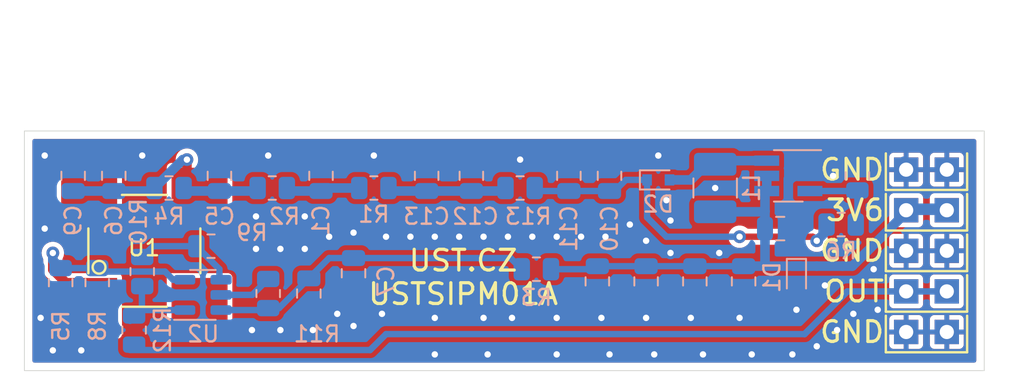
<source format=kicad_pcb>
(kicad_pcb (version 20211014) (generator pcbnew)
  (layers (0 "F.Cu" signal) (31 "B.Cu" signal) (34 "B.Paste" user) (35 "F.Paste" user) (36 "B.SilkS" user "B.Silkscreen") (37 "F.SilkS" user "F.Silkscreen") (38 "B.Mask" user) (39 "F.Mask" user) (44 "Edge.Cuts" user))
  (net 0 "")
  (net 1 "Net-(C1-Pad1)")
  (net 2 "GND")
  (net 3 "Net-(C10-Pad1)")
  (net 4 "/+3V6")
  (net 5 "Net-(C5-Pad1)")
  (net 6 "Net-(C6-Pad1)")
  (net 7 "+3V3")
  (net 8 "31V7")
  (net 9 "Net-(D2-Pad2)")
  (net 10 "Net-(R5-Pad2)")
  (net 11 "/OUT")
  (net 12 "/FB")
  (net 13 "Net-(R11-Pad2)")
  (net 14 "Net-(R10-Pad2)")
  (net 15 "Net-(R10-Pad1)")
  (footprint "Mlab_Pin_Headers:Straight_2x01" (layer "F.Cu") (at 56.388 -7.5)
    (fp_text reference "J4" hide)
    (fp_text value "HEADER_2x01_PARALLEL" hide)
    (fp_line (start -2.54 1.27) (end -2.54 -1.016) (layer "F.SilkS") (width 0.15))
    (fp_line (start 2.54 1.27) (end -2.54 1.27) (layer "F.SilkS") (width 0.15))
    (fp_line (start 2.54 -1.016) (end 2.54 1.27) (layer "F.SilkS") (width 0.15))
    (pad "1" thru_hole rect (at -1.27 0) (size 1.524 1.524) (drill 0.889) (layers *.Cu *.Mask) (net 2 "GND"))
    (pad "2" thru_hole rect (at 1.27 0) (size 1.524 1.524) (drill 0.889) (layers *.Cu *.Mask) (net 2 "GND"))
  )
  (footprint "Mlab_Pin_Headers:Straight_2x01" (layer "F.Cu") (at 56.388 -12.58)
    (fp_text reference "J6" hide)
    (fp_text value "HEADER_2x01_PARALLEL" hide)
    (fp_line (start 2.54 1.27) (end -2.54 1.27) (layer "F.SilkS") (width 0.15))
    (fp_line (start -2.54 1.27) (end -2.54 -1.016) (layer "F.SilkS") (width 0.15))
    (fp_line (start 2.54 -1.016) (end 2.54 1.27) (layer "F.SilkS") (width 0.15))
    (pad "1" thru_hole rect (at -1.27 0) (size 1.524 1.524) (drill 0.889) (layers *.Cu *.Mask) (net 2 "GND"))
    (pad "2" thru_hole rect (at 1.27 0) (size 1.524 1.524) (drill 0.889) (layers *.Cu *.Mask) (net 2 "GND"))
  )
  (footprint "Mlab_Pin_Headers:Straight_2x01" (layer "F.Cu") (at 56.388 -10.04)
    (fp_text reference "J5" hide)
    (fp_text value "HEADER_2x01_PARALLEL" hide)
    (fp_line (start 2.54 1.27) (end -2.54 1.27) (layer "F.SilkS") (width 0.15))
    (fp_line (start -2.54 1.27) (end -2.54 -1.016) (layer "F.SilkS") (width 0.15))
    (fp_line (start 2.54 -1.016) (end 2.54 1.27) (layer "F.SilkS") (width 0.15))
    (pad "1" thru_hole rect (at -1.27 0) (size 1.524 1.524) (drill 0.889) (layers *.Cu *.Mask) (net 4 "/+3V6"))
    (pad "2" thru_hole rect (at 1.27 0) (size 1.524 1.524) (drill 0.889) (layers *.Cu *.Mask) (net 4 "/+3V6"))
  )
  (footprint "Mlab_Pin_Headers:Straight_2x01" (layer "F.Cu") (at 56.388 -4.96)
    (fp_text reference "J8" hide)
    (fp_text value "HEADER_2x01_PARALLEL" hide)
    (fp_line (start -2.54 1.27) (end -2.54 -1.016) (layer "F.SilkS") (width 0.15))
    (fp_line (start 2.54 -1.016) (end 2.54 1.27) (layer "F.SilkS") (width 0.15))
    (fp_line (start 2.54 1.27) (end -2.54 1.27) (layer "F.SilkS") (width 0.15))
    (pad "1" thru_hole rect (at -1.27 0) (size 1.524 1.524) (drill 0.889) (layers *.Cu *.Mask) (net 11 "/OUT"))
    (pad "2" thru_hole rect (at 1.27 0) (size 1.524 1.524) (drill 0.889) (layers *.Cu *.Mask) (net 11 "/OUT"))
  )
  (footprint "Mlab_IO:MicroFC−60035−SMT" (layer "F.Cu") (at 7.5 -7.5)
    (fp_text reference "U1" (at -0.01875 -0.17725) (layer "F.SilkS"))
    (fp_text value "MICROFC-60035-SMT-TR(1)" hide)
    (fp_line (start 1.4 3.5) (end -1.4 3.5) (layer "F.SilkS") (width 0.15))
    (fp_line (start 3.5 -1.4) (end 3.5 1.4) (layer "F.SilkS") (width 0.15))
    (fp_line (start -1.4 -3.5) (end 1.4 -3.5) (layer "F.SilkS") (width 0.15))
    (fp_line (start -3.5 1.4) (end -3.5 -1.4) (layer "F.SilkS") (width 0.15))
    (fp_circle (center -2.8321 1.0287) (end -2.5019 1.2573) (layer "F.SilkS") (width 0.15) (fill none))
    (pad "1" smd trapezoid locked (at -3.45 3.45) (size 3.5 3.5) (layers "F.Cu" "F.Paste" "F.Mask") (net 10 "Net-(R5-Pad2)"))
    (pad "2" smd trapezoid locked (at 3.45 3.45 90) (size 3.5 3.5) (layers "F.Cu" "F.Paste" "F.Mask"))
    (pad "3" smd trapezoid locked (at 3.45 -3.45 180) (size 3.5 3.5) (layers "F.Cu" "F.Paste" "F.Mask") (net 6 "Net-(C6-Pad1)"))
    (pad "4" smd trapezoid locked (at -3.45 -3.45 270) (size 3.5 3.5) (layers "F.Cu" "F.Paste" "F.Mask"))
  )
  (footprint "Mlab_Pin_Headers:Straight_2x01" (layer "F.Cu") (at 56.388 -2.42)
    (fp_text reference "J9" hide)
    (fp_text value "HEADER_2x01_PARALLEL" hide)
    (fp_line (start 2.54 -1.016) (end 2.54 1.27) (layer "F.SilkS") (width 0.15))
    (fp_line (start -2.54 1.27) (end -2.54 -1.016) (layer "F.SilkS") (width 0.15))
    (fp_line (start 2.54 1.27) (end -2.54 1.27) (layer "F.SilkS") (width 0.15))
    (pad "1" thru_hole rect (at -1.27 0) (size 1.524 1.524) (drill 0.889) (layers *.Cu *.Mask) (net 2 "GND"))
    (pad "2" thru_hole rect (at 1.27 0) (size 1.524 1.524) (drill 0.889) (layers *.Cu *.Mask) (net 2 "GND"))
  )
  (footprint "Resistor_SMD:R_0805_2012Metric" (layer "B.Cu") (at 30.988 -11.43)
    (fp_text reference "R13" (at 0.508 1.778) (layer "B.SilkS") (effects (justify mirror)))
    (fp_text value "100R")
    (fp_line (start -0.227064 -0.735) (end 0.227064 -0.735) (layer "B.SilkS") (width 0.12))
    (fp_line (start -0.227064 0.735) (end 0.227064 0.735) (layer "B.SilkS") (width 0.12))
    (pad "1" smd roundrect (at -0.9125 0) (size 1.025 1.4) (layers "B.Cu" "B.Paste" "B.Mask") (roundrect_rratio 0.243902) (net 8 "31V7"))
    (pad "2" smd roundrect (at 0.9125 0) (size 1.025 1.4) (layers "B.Cu" "B.Paste" "B.Mask") (roundrect_rratio 0.243902) (net 3 "Net-(C10-Pad1)"))
  )
  (footprint "Capacitor_SMD:C_0805_2012Metric" (layer "B.Cu") (at 27.94 -12.192 90)
    (fp_text reference "C12" (at -2.54 0.254 180) (layer "B.SilkS") (effects (justify mirror)))
    (fp_text value "100nF")
    (fp_line (start -0.261252 -0.735) (end 0.261252 -0.735) (layer "B.SilkS") (width 0.12))
    (fp_line (start -0.261252 0.735) (end 0.261252 0.735) (layer "B.SilkS") (width 0.12))
    (pad "1" smd roundrect (at -0.95 0 90) (size 1 1.45) (layers "B.Cu" "B.Paste" "B.Mask") (net 8 "31V7"))
    (pad "2" smd roundrect (at 0.95 0 90) (size 1 1.45) (layers "B.Cu" "B.Paste" "B.Mask") (net 2 "GND"))
  )
  (footprint "Capacitor_SMD:C_0805_2012Metric" (layer "B.Cu") (at 3.048 -12.192 90)
    (fp_text reference "C9" (at -2.794 0 90) (layer "B.SilkS") (effects (justify mirror)))
    (fp_text value "10nF" hide)
    (fp_line (start -0.261252 0.735) (end 0.261252 0.735) (layer "B.SilkS") (width 0.12))
    (fp_line (start -0.261252 -0.735) (end 0.261252 -0.735) (layer "B.SilkS") (width 0.12))
    (pad "1" smd roundrect (at -0.95 0 90) (size 1 1.45) (layers "B.Cu" "B.Paste" "B.Mask") (net 6 "Net-(C6-Pad1)"))
    (pad "2" smd roundrect (at 0.95 0 90) (size 1 1.45) (layers "B.Cu" "B.Paste" "B.Mask") (net 2 "GND"))
  )
  (footprint "Capacitor_SMD:C_0805_2012Metric" (layer "B.Cu") (at 25.146 -12.192 90)
    (fp_text reference "C13" (at -2.54 0 180) (layer "B.SilkS") (effects (justify mirror)))
    (fp_text value "1uF/50V")
    (fp_line (start -0.261252 0.735) (end 0.261252 0.735) (layer "B.SilkS") (width 0.12))
    (fp_line (start -0.261252 -0.735) (end 0.261252 -0.735) (layer "B.SilkS") (width 0.12))
    (pad "1" smd roundrect (at -0.95 0 90) (size 1 1.45) (layers "B.Cu" "B.Paste" "B.Mask") (net 8 "31V7"))
    (pad "2" smd roundrect (at 0.95 0 90) (size 1 1.45) (layers "B.Cu" "B.Paste" "B.Mask") (net 2 "GND"))
  )
  (footprint "Capacitor_SMD:C_0805_2012Metric" (layer "B.Cu") (at 41.91 -5.588 -90)
    (fp_text reference "C14" hide)
    (fp_text value "10uF")
    (fp_line (start -0.261252 -0.735) (end 0.261252 -0.735) (layer "B.SilkS") (width 0.12))
    (fp_line (start -0.261252 0.735) (end 0.261252 0.735) (layer "B.SilkS") (width 0.12))
    (pad "1" smd roundrect (at -0.95 0 270) (size 1 1.45) (layers "B.Cu" "B.Paste" "B.Mask") (net 4 "/+3V6"))
    (pad "2" smd roundrect (at 0.95 0 270) (size 1 1.45) (layers "B.Cu" "B.Paste" "B.Mask") (net 2 "GND"))
  )
  (footprint "Inductor_SMD:L_1210_3225Metric_Pad1.42x2.65mm_HandSolder" (layer "B.Cu") (at 43.18 -11.43 90)
    (fp_text reference "L1" (at 0 2.28 90) (layer "B.SilkS") (effects (justify mirror)))
    (fp_text value "400uH cca 0,9mA NLV10JT391")
    (fp_line (start -0.602064 -1.36) (end 0.602064 -1.36) (layer "B.SilkS") (width 0.12))
    (fp_line (start -0.602064 1.36) (end 0.602064 1.36) (layer "B.SilkS") (width 0.12))
    (pad "1" smd roundrect (at -1.4875 0 90) (size 1.425 2.65) (layers "B.Cu" "B.Paste" "B.Mask") (roundrect_rratio 0.175439) (net 4 "/+3V6"))
    (pad "2" smd roundrect (at 1.4875 0 90) (size 1.425 2.65) (layers "B.Cu" "B.Paste" "B.Mask") (roundrect_rratio 0.175439) (net 9 "Net-(D2-Pad2)"))
  )
  (footprint "Diode_SMD:D_SOD-523" (layer "B.Cu") (at 39.624 -11.938)
    (fp_text reference "D2" (at 0 1.524) (layer "B.SilkS") (effects (justify mirror)))
    (fp_text value "NSR05T40XV2T5G")
    (fp_line (start 0.7 -0.6) (end -1.15 -0.6) (layer "B.SilkS") (width 0.12))
    (fp_line (start -1.15 0.6) (end -1.15 -0.6) (layer "B.SilkS") (width 0.12))
    (fp_line (start 0.7 0.6) (end -1.15 0.6) (layer "B.SilkS") (width 0.12))
    (pad "1" smd rect (at -0.7 0 180) (size 0.6 0.7) (layers "B.Cu" "B.Paste" "B.Mask") (net 3 "Net-(C10-Pad1)"))
    (pad "2" smd rect (at 0.7 0 180) (size 0.6 0.7) (layers "B.Cu" "B.Paste" "B.Mask") (net 9 "Net-(D2-Pad2)"))
  )
  (footprint "Resistor_SMD:R_0805_2012Metric" (layer "B.Cu") (at 21.844 -11.43)
    (fp_text reference "R1" (at 0 1.65 180) (layer "B.SilkS") (effects (justify mirror)))
    (fp_text value "100R" hide)
    (fp_line (start -0.227064 -0.735) (end 0.227064 -0.735) (layer "B.SilkS") (width 0.12))
    (fp_line (start -0.227064 0.735) (end 0.227064 0.735) (layer "B.SilkS") (width 0.12))
    (pad "1" smd roundrect (at -0.9125 0) (size 1.025 1.4) (layers "B.Cu" "B.Paste" "B.Mask") (roundrect_rratio 0.243902) (net 1 "Net-(C1-Pad1)"))
    (pad "2" smd roundrect (at 0.9125 0) (size 1.025 1.4) (layers "B.Cu" "B.Paste" "B.Mask") (roundrect_rratio 0.243902) (net 8 "31V7"))
  )
  (footprint "Capacitor_SMD:C_0805_2012Metric" (layer "B.Cu") (at 44.958 -5.588 -90)
    (fp_text reference "C3" hide)
    (fp_text value "10uF" hide)
    (fp_line (start -0.261252 0.735) (end 0.261252 0.735) (layer "B.SilkS") (width 0.12))
    (fp_line (start -0.261252 -0.735) (end 0.261252 -0.735) (layer "B.SilkS") (width 0.12))
    (pad "1" smd roundrect (at -0.95 0 270) (size 1 1.45) (layers "B.Cu" "B.Paste" "B.Mask") (net 4 "/+3V6"))
    (pad "2" smd roundrect (at 0.95 0 270) (size 1 1.45) (layers "B.Cu" "B.Paste" "B.Mask") (net 2 "GND"))
  )
  (footprint "Resistor_SMD:R_0805_2012Metric" (layer "B.Cu") (at 6.858 -2.54 90)
    (fp_text reference "R12" (at 0 1.778 90) (layer "B.SilkS") (effects (justify mirror)))
    (fp_text value "1k")
    (fp_line (start -0.227064 -0.735) (end 0.227064 -0.735) (layer "B.SilkS") (width 0.12))
    (fp_line (start -0.227064 0.735) (end 0.227064 0.735) (layer "B.SilkS") (width 0.12))
    (pad "1" smd roundrect (at -0.9125 0 90) (size 1.025 1.4) (layers "B.Cu" "B.Paste" "B.Mask") (roundrect_rratio 0.243902) (net 11 "/OUT"))
    (pad "2" smd roundrect (at 0.9125 0 90) (size 1.025 1.4) (layers "B.Cu" "B.Paste" "B.Mask") (roundrect_rratio 0.243902) (net 15 "Net-(R10-Pad1)"))
  )
  (footprint "Capacitor_SMD:C_0805_2012Metric" (layer "B.Cu") (at 38.862 -5.588 -90)
    (fp_text reference "C15" hide)
    (fp_text value "10uF")
    (fp_line (start -0.261252 0.735) (end 0.261252 0.735) (layer "B.SilkS") (width 0.12))
    (fp_line (start -0.261252 -0.735) (end 0.261252 -0.735) (layer "B.SilkS") (width 0.12))
    (pad "1" smd roundrect (at -0.95 0 270) (size 1 1.45) (layers "B.Cu" "B.Paste" "B.Mask") (net 4 "/+3V6"))
    (pad "2" smd roundrect (at 0.95 0 270) (size 1 1.45) (layers "B.Cu" "B.Paste" "B.Mask") (net 2 "GND"))
  )
  (footprint "Capacitor_SMD:C_0805_2012Metric" (layer "B.Cu") (at 18.542 -12.192 90)
    (fp_text reference "C1" (at -2.794 0 90) (layer "B.SilkS") (effects (justify mirror)))
    (fp_text value "10uF/35V" hide)
    (fp_line (start -0.261252 -0.735) (end 0.261252 -0.735) (layer "B.SilkS") (width 0.12))
    (fp_line (start -0.261252 0.735) (end 0.261252 0.735) (layer "B.SilkS") (width 0.12))
    (pad "1" smd roundrect (at -0.95 0 90) (size 1 1.45) (layers "B.Cu" "B.Paste" "B.Mask") (net 1 "Net-(C1-Pad1)"))
    (pad "2" smd roundrect (at 0.95 0 90) (size 1 1.45) (layers "B.Cu" "B.Paste" "B.Mask") (net 2 "GND"))
  )
  (footprint "Package_TO_SOT_SMD:SOT-23-6" (layer "B.Cu") (at 11.15725 -4.74125)
    (fp_text reference "U2" (at 0.01875 2.45525 180) (layer "B.SilkS") (effects (justify mirror)))
    (fp_text value "OPA836IDB")
    (fp_line (start 0 -1.56) (end 0.8 -1.56) (layer "B.SilkS") (width 0.12))
    (fp_line (start 0 1.56) (end -1.8 1.56) (layer "B.SilkS") (width 0.12))
    (fp_line (start 0 1.56) (end 0.8 1.56) (layer "B.SilkS") (width 0.12))
    (fp_line (start 0 -1.56) (end -0.8 -1.56) (layer "B.SilkS") (width 0.12))
    (pad "1" smd roundrect (at -1.1375 0.95) (size 1.325 0.6) (layers "B.Cu" "B.Paste" "B.Mask") (net 15 "Net-(R10-Pad1)"))
    (pad "2" smd roundrect (at -1.1375 0) (size 1.325 0.6) (layers "B.Cu" "B.Paste" "B.Mask") (net 2 "GND"))
    (pad "3" smd roundrect (at -1.1375 -0.95) (size 1.325 0.6) (layers "B.Cu" "B.Paste" "B.Mask") (net 10 "Net-(R5-Pad2)"))
    (pad "4" smd roundrect (at 1.1375 -0.95) (size 1.325 0.6) (layers "B.Cu" "B.Paste" "B.Mask") (net 14 "Net-(R10-Pad2)"))
    (pad "5" smd roundrect (at 1.1375 0) (size 1.325 0.6) (layers "B.Cu" "B.Paste" "B.Mask") (net 13 "Net-(R11-Pad2)"))
    (pad "6" smd roundrect (at 1.1375 0.95) (size 1.325 0.6) (layers "B.Cu" "B.Paste" "B.Mask") (net 7 "+3V3"))
  )
  (footprint "Resistor_SMD:R_0805_2012Metric" (layer "B.Cu") (at 15.24 -4.826 90)
    (fp_text reference "R11" (at -2.54 3.048 180) (layer "B.SilkS") (effects (justify mirror)))
    (fp_text value "10k")
    (fp_line (start -0.227064 0.735) (end 0.227064 0.735) (layer "B.SilkS") (width 0.12))
    (fp_line (start -0.227064 -0.735) (end 0.227064 -0.735) (layer "B.SilkS") (width 0.12))
    (pad "1" smd roundrect (at -0.9125 0 90) (size 1.025 1.4) (layers "B.Cu" "B.Paste" "B.Mask") (roundrect_rratio 0.243902) (net 7 "+3V3"))
    (pad "2" smd roundrect (at 0.9125 0 90) (size 1.025 1.4) (layers "B.Cu" "B.Paste" "B.Mask") (roundrect_rratio 0.243902) (net 13 "Net-(R11-Pad2)"))
  )
  (footprint "Resistor_SMD:R_0805_2012Metric" (layer "B.Cu") (at 51.054 -9.144)
    (fp_text reference "R6" (at 0 1.65) (layer "B.SilkS") (effects (justify mirror)))
    (fp_text value "3M9")
    (fp_line (start -0.227064 -0.735) (end 0.227064 -0.735) (layer "B.SilkS") (width 0.12))
    (fp_line (start -0.227064 0.735) (end 0.227064 0.735) (layer "B.SilkS") (width 0.12))
    (pad "1" smd roundrect (at -0.9125 0) (size 1.025 1.4) (layers "B.Cu" "B.Paste" "B.Mask") (roundrect_rratio 0.243902) (net 3 "Net-(C10-Pad1)"))
    (pad "2" smd roundrect (at 0.9125 0) (size 1.025 1.4) (layers "B.Cu" "B.Paste" "B.Mask") (roundrect_rratio 0.243902) (net 12 "/FB"))
  )
  (footprint "Resistor_SMD:R_0805_2012Metric" (layer "B.Cu") (at 15.494 -11.43)
    (fp_text reference "R2" (at 0.762 1.778) (layer "B.SilkS") (effects (justify mirror)))
    (fp_text value "10R")
    (fp_line (start -0.227064 -0.735) (end 0.227064 -0.735) (layer "B.SilkS") (width 0.12))
    (fp_line (start -0.227064 0.735) (end 0.227064 0.735) (layer "B.SilkS") (width 0.12))
    (pad "1" smd roundrect (at -0.9125 0) (size 1.025 1.4) (layers "B.Cu" "B.Paste" "B.Mask") (roundrect_rratio 0.243902) (net 5 "Net-(C5-Pad1)"))
    (pad "2" smd roundrect (at 0.9125 0) (size 1.025 1.4) (layers "B.Cu" "B.Paste" "B.Mask") (roundrect_rratio 0.243902) (net 1 "Net-(C1-Pad1)"))
  )
  (footprint "Resistor_SMD:R_0805_2012Metric" (layer "B.Cu") (at 4.55325 -5.50325 -90)
    (fp_text reference "R8" (at 2.70925 -0.01875 90) (layer "B.SilkS") (effects (justify mirror)))
    (fp_text value "100nF" hide)
    (fp_line (start -0.227064 0.735) (end 0.227064 0.735) (layer "B.SilkS") (width 0.12))
    (fp_line (start -0.227064 -0.735) (end 0.227064 -0.735) (layer "B.SilkS") (width 0.12))
    (pad "1" smd roundrect (at -0.9125 0 270) (size 1.025 1.4) (layers "B.Cu" "B.Paste" "B.Mask") (roundrect_rratio 0.243902) (net 10 "Net-(R5-Pad2)"))
    (pad "2" smd roundrect (at 0.9125 0 270) (size 1.025 1.4) (layers "B.Cu" "B.Paste" "B.Mask") (roundrect_rratio 0.243902) (net 2 "GND"))
  )
  (footprint "Capacitor_SMD:C_0805_2012Metric" (layer "B.Cu") (at 34.036 -12.192 90)
    (fp_text reference "C11" (at -3.302 0 90) (layer "B.SilkS") (effects (justify mirror)))
    (fp_text value "100nF")
    (fp_line (start -0.261252 0.735) (end 0.261252 0.735) (layer "B.SilkS") (width 0.12))
    (fp_line (start -0.261252 -0.735) (end 0.261252 -0.735) (layer "B.SilkS") (width 0.12))
    (pad "1" smd roundrect (at -0.95 0 90) (size 1 1.45) (layers "B.Cu" "B.Paste" "B.Mask") (net 3 "Net-(C10-Pad1)"))
    (pad "2" smd roundrect (at 0.95 0 90) (size 1 1.45) (layers "B.Cu" "B.Paste" "B.Mask") (net 2 "GND"))
  )
  (footprint "Capacitor_SMD:C_0805_2012Metric" (layer "B.Cu") (at 17.78 -4.826 -90)
    (fp_text reference "C8" hide)
    (fp_text value "100nF")
    (fp_line (start -0.261252 0.735) (end 0.261252 0.735) (layer "B.SilkS") (width 0.12))
    (fp_line (start -0.261252 -0.735) (end 0.261252 -0.735) (layer "B.SilkS") (width 0.12))
    (pad "1" smd roundrect (at -0.95 0 270) (size 1 1.45) (layers "B.Cu" "B.Paste" "B.Mask") (net 7 "+3V3"))
    (pad "2" smd roundrect (at 0.95 0 270) (size 1 1.45) (layers "B.Cu" "B.Paste" "B.Mask") (net 2 "GND"))
  )
  (footprint "Resistor_SMD:R_0805_2012Metric" (layer "B.Cu") (at 9.0405 -11.43)
    (fp_text reference "R4" (at 0 1.778) (layer "B.SilkS") (effects (justify mirror)))
    (fp_text value "10R")
    (fp_line (start -0.227064 0.735) (end 0.227064 0.735) (layer "B.SilkS") (width 0.12))
    (fp_line (start -0.227064 -0.735) (end 0.227064 -0.735) (layer "B.SilkS") (width 0.12))
    (pad "1" smd roundrect (at -0.9125 0) (size 1.025 1.4) (layers "B.Cu" "B.Paste" "B.Mask") (roundrect_rratio 0.243902) (net 6 "Net-(C6-Pad1)"))
    (pad "2" smd roundrect (at 0.9125 0) (size 1.025 1.4) (layers "B.Cu" "B.Paste" "B.Mask") (roundrect_rratio 0.243902) (net 5 "Net-(C5-Pad1)"))
  )
  (footprint "Capacitor_SMD:C_0805_2012Metric" (layer "B.Cu") (at 35.814 -5.588 -90)
    (fp_text reference "C4" hide)
    (fp_text value "10uF")
    (fp_line (start -0.261252 0.735) (end 0.261252 0.735) (layer "B.SilkS") (width 0.12))
    (fp_line (start -0.261252 -0.735) (end 0.261252 -0.735) (layer "B.SilkS") (width 0.12))
    (pad "1" smd roundrect (at -0.95 0 270) (size 1 1.45) (layers "B.Cu" "B.Paste" "B.Mask") (net 4 "/+3V6"))
    (pad "2" smd roundrect (at 0.95 0 270) (size 1 1.45) (layers "B.Cu" "B.Paste" "B.Mask") (net 2 "GND"))
  )
  (footprint "Resistor_SMD:R_0805_2012Metric" (layer "B.Cu") (at 2.26725 -5.50325 90)
    (fp_text reference "R5" (at -2.70925 0.01875 90) (layer "B.SilkS") (effects (justify mirror)))
    (fp_text value "10R" hide)
    (fp_line (start -0.227064 -0.735) (end 0.227064 -0.735) (layer "B.SilkS") (width 0.12))
    (fp_line (start -0.227064 0.735) (end 0.227064 0.735) (layer "B.SilkS") (width 0.12))
    (pad "1" smd roundrect (at -0.9125 0 90) (size 1.025 1.4) (layers "B.Cu" "B.Paste" "B.Mask") (roundrect_rratio 0.243902) (net 2 "GND"))
    (pad "2" smd roundrect (at 0.9125 0 90) (size 1.025 1.4) (layers "B.Cu" "B.Paste" "B.Mask") (roundrect_rratio 0.243902) (net 10 "Net-(R5-Pad2)"))
  )
  (footprint "Resistor_SMD:R_0805_2012Metric" (layer "B.Cu") (at 52.07 -12.192 90)
    (fp_text reference "R7" hide)
    (fp_text value "160k")
    (fp_line (start -0.227064 0.735) (end 0.227064 0.735) (layer "B.SilkS") (width 0.12))
    (fp_line (start -0.227064 -0.735) (end 0.227064 -0.735) (layer "B.SilkS") (width 0.12))
    (pad "1" smd roundrect (at -0.9125 0 90) (size 1.025 1.4) (layers "B.Cu" "B.Paste" "B.Mask") (roundrect_rratio 0.243902) (net 12 "/FB"))
    (pad "2" smd roundrect (at 0.9125 0 90) (size 1.025 1.4) (layers "B.Cu" "B.Paste" "B.Mask") (roundrect_rratio 0.243902) (net 2 "GND"))
  )
  (footprint "Resistor_SMD:R_0805_2012Metric" (layer "B.Cu") (at 11.66525 -7.78925)
    (fp_text reference "R9" (at 2.55875 -0.84675) (layer "B.SilkS") (effects (justify mirror)))
    (fp_text value "470R" hide)
    (fp_line (start -0.227064 -0.735) (end 0.227064 -0.735) (layer "B.SilkS") (width 0.12))
    (fp_line (start -0.227064 0.735) (end 0.227064 0.735) (layer "B.SilkS") (width 0.12))
    (pad "1" smd roundrect (at -0.9125 0) (size 1.025 1.4) (layers "B.Cu" "B.Paste" "B.Mask") (roundrect_rratio 0.243902) (net 14 "Net-(R10-Pad2)"))
    (pad "2" smd roundrect (at 0.9125 0) (size 1.025 1.4) (layers "B.Cu" "B.Paste" "B.Mask") (roundrect_rratio 0.243902) (net 2 "GND"))
  )
  (footprint "Diode_SMD:D_SOD-523" (layer "B.Cu") (at 48.26 -5.842 -90)
    (fp_text reference "D1" (at 0 1.524 90) (layer "B.SilkS") (effects (justify mirror)))
    (fp_text value "BZX585-B5V6.115" hide)
    (fp_line (start 0.7 0.6) (end -1.15 0.6) (layer "B.SilkS") (width 0.12))
    (fp_line (start 0.7 -0.6) (end -1.15 -0.6) (layer "B.SilkS") (width 0.12))
    (fp_line (start -1.15 0.6) (end -1.15 -0.6) (layer "B.SilkS") (width 0.12))
    (pad "1" smd rect (at -0.7 0 90) (size 0.6 0.7) (layers "B.Cu" "B.Paste" "B.Mask") (net 4 "/+3V6"))
    (pad "2" smd rect (at 0.7 0 90) (size 0.6 0.7) (layers "B.Cu" "B.Paste" "B.Mask") (net 2 "GND"))
  )
  (footprint "Capacitor_SMD:C_0805_2012Metric" (layer "B.Cu") (at 5.588 -12.192 90)
    (fp_text reference "C6" (at -2.794 0 90) (layer "B.SilkS") (effects (justify mirror)))
    (fp_text value "100nF")
    (fp_line (start -0.261252 -0.735) (end 0.261252 -0.735) (layer "B.SilkS") (width 0.12))
    (fp_line (start -0.261252 0.735) (end 0.261252 0.735) (layer "B.SilkS") (width 0.12))
    (pad "1" smd roundrect (at -0.95 0 90) (size 1 1.45) (layers "B.Cu" "B.Paste" "B.Mask") (net 6 "Net-(C6-Pad1)"))
    (pad "2" smd roundrect (at 0.95 0 90) (size 1 1.45) (layers "B.Cu" "B.Paste" "B.Mask") (net 2 "GND"))
  )
  (footprint "Package_TO_SOT_SMD:SOT-23-6_Handsoldering" (layer "B.Cu") (at 47.752 -12.192 180)
    (fp_text reference "U3" hide)
    (fp_text value "MAX5026")
    (fp_line (start -0.9 -1.61) (end 0.9 -1.61) (layer "B.SilkS") (width 0.12))
    (fp_line (start 0.9 1.61) (end -2.05 1.61) (layer "B.SilkS") (width 0.12))
    (pad "1" smd rect (at -1.35 0.95 180) (size 1.56 0.65) (layers "B.Cu" "B.Paste" "B.Mask") (net 2 "GND"))
    (pad "2" smd rect (at -1.35 0 180) (size 1.56 0.65) (layers "B.Cu" "B.Paste" "B.Mask") (net 2 "GND"))
    (pad "3" smd rect (at -1.35 -0.95 180) (size 1.56 0.65) (layers "B.Cu" "B.Paste" "B.Mask") (net 12 "/FB"))
    (pad "4" smd rect (at 1.35 -0.95 180) (size 1.56 0.65) (layers "B.Cu" "B.Paste" "B.Mask") (net 4 "/+3V6"))
    (pad "5" smd rect (at 1.35 0 180) (size 1.56 0.65) (layers "B.Cu" "B.Paste" "B.Mask") (net 4 "/+3V6"))
    (pad "6" smd rect (at 1.35 0.95 180) (size 1.56 0.65) (layers "B.Cu" "B.Paste" "B.Mask") (net 9 "Net-(D2-Pad2)"))
  )
  (footprint "Capacitor_SMD:C_0805_2012Metric" (layer "B.Cu") (at 12.192 -12.192 90)
    (fp_text reference "C5" (at -2.54 0 180) (layer "B.SilkS") (effects (justify mirror)))
    (fp_text value "100nF")
    (fp_line (start -0.261252 -0.735) (end 0.261252 -0.735) (layer "B.SilkS") (width 0.12))
    (fp_line (start -0.261252 0.735) (end 0.261252 0.735) (layer "B.SilkS") (width 0.12))
    (pad "1" smd roundrect (at -0.95 0 90) (size 1 1.45) (layers "B.Cu" "B.Paste" "B.Mask") (net 5 "Net-(C5-Pad1)"))
    (pad "2" smd roundrect (at 0.95 0 90) (size 1 1.45) (layers "B.Cu" "B.Paste" "B.Mask") (net 2 "GND"))
  )
  (footprint "Resistor_SMD:R_0805_2012Metric" (layer "B.Cu") (at 32.004 -6.35)
    (fp_text reference "R3" (at 0 1.778) (layer "B.SilkS") (effects (justify mirror)))
    (fp_text value "100R")
    (fp_line (start -0.227064 0.735) (end 0.227064 0.735) (layer "B.SilkS") (width 0.12))
    (fp_line (start -0.227064 -0.735) (end 0.227064 -0.735) (layer "B.SilkS") (width 0.12))
    (pad "1" smd roundrect (at -0.9125 0) (size 1.025 1.4) (layers "B.Cu" "B.Paste" "B.Mask") (roundrect_rratio 0.243902) (net 7 "+3V3"))
    (pad "2" smd roundrect (at 0.9125 0) (size 1.025 1.4) (layers "B.Cu" "B.Paste" "B.Mask") (roundrect_rratio 0.243902) (net 4 "/+3V6"))
  )
  (footprint "Capacitor_SMD:C_0805_2012Metric" (layer "B.Cu") (at 36.576 -12.192 90)
    (fp_text reference "C10" (at -3.302 0 90) (layer "B.SilkS") (effects (justify mirror)))
    (fp_text value "1uF/50V")
    (fp_line (start -0.261252 -0.735) (end 0.261252 -0.735) (layer "B.SilkS") (width 0.12))
    (fp_line (start -0.261252 0.735) (end 0.261252 0.735) (layer "B.SilkS") (width 0.12))
    (pad "1" smd roundrect (at -0.95 0 90) (size 1 1.45) (layers "B.Cu" "B.Paste" "B.Mask") (net 3 "Net-(C10-Pad1)"))
    (pad "2" smd roundrect (at 0.95 0 90) (size 1 1.45) (layers "B.Cu" "B.Paste" "B.Mask") (net 2 "GND"))
  )
  (footprint "Capacitor_SMD:C_0805_2012Metric" (layer "B.Cu") (at 47.244 -8.89)
    (fp_text reference "C2" hide)
    (fp_text value "10uF")
    (fp_line (start -0.261252 0.735) (end 0.261252 0.735) (layer "B.SilkS") (width 0.12))
    (fp_line (start -0.261252 -0.735) (end 0.261252 -0.735) (layer "B.SilkS") (width 0.12))
    (pad "1" smd roundrect (at -0.95 0) (size 1 1.45) (layers "B.Cu" "B.Paste" "B.Mask") (net 4 "/+3V6"))
    (pad "2" smd roundrect (at 0.95 0) (size 1 1.45) (layers "B.Cu" "B.Paste" "B.Mask") (net 2 "GND"))
  )
  (footprint "Capacitor_SMD:C_0805_2012Metric" (layer "B.Cu") (at 20.574 -6.096 -90)
    (fp_text reference "C7" (at 0.508 -2.032 90) (layer "B.SilkS") (effects (justify mirror)))
    (fp_text value "10uF")
    (fp_line (start -0.261252 -0.735) (end 0.261252 -0.735) (layer "B.SilkS") (width 0.12))
    (fp_line (start -0.261252 0.735) (end 0.261252 0.735) (layer "B.SilkS") (width 0.12))
    (pad "1" smd roundrect (at -0.95 0 270) (size 1 1.45) (layers "B.Cu" "B.Paste" "B.Mask") (net 7 "+3V3"))
    (pad "2" smd roundrect (at 0.95 0 270) (size 1 1.45) (layers "B.Cu" "B.Paste" "B.Mask") (net 2 "GND"))
  )
  (footprint "Resistor_SMD:R_0805_2012Metric" (layer "B.Cu") (at 7.366 -6.1995 90)
    (fp_text reference "R10" (at 3.13275 -0.23525 90) (layer "B.SilkS") (effects (justify mirror)))
    (fp_text value "12k")
    (fp_line (start -0.227064 -0.735) (end 0.227064 -0.735) (layer "B.SilkS") (width 0.12))
    (fp_line (start -0.227064 0.735) (end 0.227064 0.735) (layer "B.SilkS") (width 0.12))
    (pad "1" smd roundrect (at -0.9125 0 90) (size 1.025 1.4) (layers "B.Cu" "B.Paste" "B.Mask") (roundrect_rratio 0.243902) (net 15 "Net-(R10-Pad1)"))
    (pad "2" smd roundrect (at 0.9125 0 90) (size 1.025 1.4) (layers "B.Cu" "B.Paste" "B.Mask") (roundrect_rratio 0.243902) (net 14 "Net-(R10-Pad2)"))
  )
  (gr_rect (start 0 -15) (end 60 0) (layer "Edge.Cuts") (width 0.05) (fill none))
  (gr_text "GND" (at 53.848 -2.42) (layer "F.SilkS") (effects (font (size 1.3 1.3) (thickness 0.2)) (justify right)))
  (gr_text "UST.CZ\nUSTSIPM01A" (at 27.432 -5.842) (layer "F.SilkS") (effects (font (size 1.3 1.3) (thickness 0.2))))
  (gr_text "OUT" (at 53.848 -4.96) (layer "F.SilkS") (effects (font (size 1.3 1.3) (thickness 0.2)) (justify right)))
  (gr_text "GND" (at 53.848 -12.58) (layer "F.SilkS") (effects (font (size 1.3 1.3) (thickness 0.2)) (justify right)))
  (gr_text "3V6" (at 53.848 -10.04) (layer "F.SilkS") (effects (font (size 1.3 1.3) (thickness 0.2)) (justify right)))
  (gr_text "GND" (at 53.848 -7.5) (layer "F.SilkS") (effects (font (size 1.3 1.3) (thickness 0.2)) (justify right)))
  (segment (start 18.73 -11.43) (end 18.542 -11.242) (width 0.6) (layer "B.Cu") (net 1))
  (segment (start 20.9315 -11.43) (end 18.73 -11.43) (width 0.6) (layer "B.Cu") (net 1))
  (segment (start 18.542 -11.242) (end 16.5945 -11.242) (width 0.6) (layer "B.Cu") (net 1))
  (segment (start 16.5945 -11.242) (end 16.4065 -11.43) (width 0.6) (layer "B.Cu") (net 1))
  (via (at 14.224 -2.54) (size 0.8) (drill 0.4) (layers "F.Cu" "B.Cu") (net 2))
  (via (at 36.576 -1.016) (size 0.8) (drill 0.4) (layers "F.Cu" "B.Cu") (net 2))
  (via (at 1.27 -8.89) (size 0.8) (drill 0.4) (layers "F.Cu" "B.Cu") (net 2))
  (via (at 30.226 -8.382) (size 0.8) (drill 0.4) (layers "F.Cu" "B.Cu") (net 2))
  (via (at 21.844 -13.462) (size 0.8) (drill 0.4) (layers "F.Cu" "B.Cu") (net 2))
  (via (at 36.322 -8.382) (size 0.8) (drill 0.4) (layers "F.Cu" "B.Cu") (net 2))
  (via (at 28.702 -3.302) (size 0.8) (drill 0.4) (layers "F.Cu" "B.Cu") (net 2))
  (via (at 39.624 -13.462) (size 0.8) (drill 0.4) (layers "F.Cu" "B.Cu") (net 2))
  (via (at 3.556 -1.27) (size 0.8) (drill 0.4) (layers "F.Cu" "B.Cu") (net 2))
  (via (at 24.13 -8.382) (size 0.8) (drill 0.4) (layers "F.Cu" "B.Cu") (net 2))
  (via (at 38.862 -3.302) (size 0.8) (drill 0.4) (layers "F.Cu" "B.Cu") (net 2))
  (via (at 16.002 -2.54) (size 0.8) (drill 0.4) (layers "F.Cu" "B.Cu") (net 2))
  (via (at 20.574 -2.794) (size 0.8) (drill 0.4) (layers "F.Cu" "B.Cu") (net 2))
  (via (at 43.18 -11.43) (size 0.8) (drill 0.4) (layers "F.Cu" "B.Cu") (net 2))
  (via (at 1.016 -3.302) (size 0.8) (drill 0.4) (layers "F.Cu" "B.Cu") (net 2))
  (via (at 14.478 -9.652) (size 0.8) (drill 0.4) (layers "F.Cu" "B.Cu") (net 2))
  (via (at 53.34 -3.81) (size 0.8) (drill 0.4) (layers "F.Cu" "B.Cu") (net 2))
  (via (at 25.654 -1.016) (size 0.8) (drill 0.4) (layers "F.Cu" "B.Cu") (net 2))
  (via (at 28.702 -8.382) (size 0.8) (drill 0.4) (layers "F.Cu" "B.Cu") (net 2))
  (via (at 17.526 -9.652) (size 0.8) (drill 0.4) (layers "F.Cu" "B.Cu") (net 2))
  (via (at 22.352 -3.556) (size 0.8) (drill 0.4) (layers "F.Cu" "B.Cu") (net 2))
  (via (at 38.862 -8.128) (size 0.8) (drill 0.4) (layers "F.Cu" "B.Cu") (net 2))
  (via (at 33.274 -3.302) (size 0.8) (drill 0.4) (layers "F.Cu" "B.Cu") (net 2))
  (via (at 37.846 -9.144) (size 0.8) (drill 0.4) (layers "F.Cu" "B.Cu") (net 2))
  (via (at 48.26 -3.81) (size 0.8) (drill 0.4) (layers "F.Cu" "B.Cu") (net 2))
  (via (at 50.546 -12.192) (size 0.8) (drill 0.4) (layers "F.Cu" "B.Cu") (net 2))
  (via (at 40.386 -7.366) (size 0.8) (drill 0.4) (layers "F.Cu" "B.Cu") (net 2))
  (via (at 48.006 -1.016) (size 0.8) (drill 0.4) (layers "F.Cu" "B.Cu") (net 2))
  (via (at 40.386 -9.398) (size 0.8) (drill 0.4) (layers "F.Cu" "B.Cu") (net 2))
  (via (at 1.27 -13.462) (size 0.8) (drill 0.4) (layers "F.Cu" "B.Cu") (net 2))
  (via (at 19.05 -8.382) (size 0.8) (drill 0.4) (layers "F.Cu" "B.Cu") (net 2))
  (via (at 36.068 -3.302) (size 0.8) (drill 0.4) (layers "F.Cu" "B.Cu") (net 2))
  (via (at 45.466 -1.016) (size 0.8) (drill 0.4) (layers "F.Cu" "B.Cu") (net 2))
  (via (at 22.606 -8.382) (size 0.8) (drill 0.4) (layers "F.Cu" "B.Cu") (net 2))
  (via (at 14.478 -7.62) (size 0.8) (drill 0.4) (layers "F.Cu" "B.Cu") (net 2))
  (via (at 42.418 -1.016) (size 0.8) (drill 0.4) (layers "F.Cu" "B.Cu") (net 2))
  (via (at 7.366 -13.462) (size 0.8) (drill 0.4) (layers "F.Cu" "B.Cu") (net 2))
  (via (at 33.274 -1.016) (size 0.8) (drill 0.4) (layers "F.Cu" "B.Cu") (net 2))
  (via (at 20.574 -8.636) (size 0.8) (drill 0.4) (layers "F.Cu" "B.Cu") (net 2))
  (via (at 33.274 -8.382) (size 0.8) (drill 0.4) (layers "F.Cu" "B.Cu") (net 2))
  (via (at 41.656 -3.302) (size 0.8) (drill 0.4) (layers "F.Cu" "B.Cu") (net 2))
  (via (at 51.816 -3.556) (size 0.8) (drill 0.4) (layers "F.Cu" "B.Cu") (net 2))
  (via (at 30.988 -13.208) (size 0.8) (drill 0.4) (layers "F.Cu" "B.Cu") (net 2))
  (via (at 19.558 -3.556) (size 0.8) (drill 0.4) (layers "F.Cu" "B.Cu") (net 2))
  (via (at 50.038 -5.334) (size 0.8) (drill 0.4) (layers "F.Cu" "B.Cu") (net 2))
  (via (at 17.526 -7.62) (size 0.8) (drill 0.4) (layers "F.Cu" "B.Cu") (net 2))
  (via (at 43.434 -7.366) (size 0.8) (drill 0.4) (layers "F.Cu" "B.Cu") (net 2))
  (via (at 40.132 -10.668) (size 0.8) (drill 0.4) (layers "F.Cu" "B.Cu") (net 2))
  (via (at 34.798 -8.382) (size 0.8) (drill 0.4) (layers "F.Cu" "B.Cu") (net 2))
  (via (at 25.654 -3.302) (size 0.8) (drill 0.4) (layers "F.Cu" "B.Cu") (net 2))
  (via (at 30.48 -3.302) (size 0.8) (drill 0.4) (layers "F.Cu" "B.Cu") (net 2))
  (via (at 44.704 -3.302) (size 0.8) (drill 0.4) (layers "F.Cu" "B.Cu") (net 2))
  (via (at 1.778 -1.27) (size 0.8) (drill 0.4) (layers "F.Cu" "B.Cu") (net 2))
  (via (at 31.75 -8.382) (size 0.8) (drill 0.4) (layers "F.Cu" "B.Cu") (net 2))
  (via (at 18.034 -2.54) (size 0.8) (drill 0.4) (layers "F.Cu" "B.Cu") (net 2))
  (via (at 25.654 -8.382) (size 0.8) (drill 0.4) (layers "F.Cu" "B.Cu") (net 2))
  (via (at 39.37 -1.016) (size 0.8) (drill 0.4) (layers "F.Cu" "B.Cu") (net 2))
  (via (at 53.086 -6.35) (size 0.8) (drill 0.4) (layers "F.Cu" "B.Cu") (net 2))
  (via (at 49.53 -1.524) (size 0.8) (drill 0.4) (layers "F.Cu" "B.Cu") (net 2))
  (via (at 27.178 -8.382) (size 0.8) (drill 0.4) (layers "F.Cu" "B.Cu") (net 2))
  (via (at 16.002 -7.62) (size 0.8) (drill 0.4) (layers "F.Cu" "B.Cu") (net 2))
  (via (at 28.956 -1.016) (size 0.8) (drill 0.4) (layers "F.Cu" "B.Cu") (net 2))
  (via (at 50.8 -2.54) (size 0.8) (drill 0.4) (layers "F.Cu" "B.Cu") (net 2))
  (via (at 15.24 -13.462) (size 0.8) (drill 0.4) (layers "F.Cu" "B.Cu") (net 2))
  (segment (start 47.752 -11.996022) (end 47.752 -9.332) (width 0.6) (layer "B.Cu") (net 2))
  (segment (start 49.102 -12.192) (end 49.102 -13.142) (width 0.6) (layer "B.Cu") (net 2))
  (segment (start 54.9675 -13.1045) (end 55.118 -12.954) (width 0.6) (layer "B.Cu") (net 2))
  (segment (start 47.752 -9.332) (end 48.194 -8.89) (width 0.6) (layer "B.Cu") (net 2))
  (segment (start 49.102 -12.192) (end 47.947978 -12.192) (width 0.6) (layer "B.Cu") (net 2))
  (segment (start 52.0325 -13.142) (end 52.07 -13.1045) (width 0.6) (layer "B.Cu") (net 2))
  (segment (start 49.102 -13.142) (end 52.0325 -13.142) (width 0.6) (layer "B.Cu") (net 2))
  (segment (start 47.947978 -12.192) (end 47.752 -11.996022) (width 0.6) (layer "B.Cu") (net 2))
  (segment (start 49.276 -8.382) (end 49.53 -8.128) (width 0.4) (layer "F.Cu") (net 3))
  (segment (start 44.704 -8.382) (end 49.276 -8.382) (width 0.4) (layer "F.Cu") (net 3))
  (via (at 49.53 -8.128) (size 0.8) (drill 0.4) (layers "F.Cu" "B.Cu") (net 3))
  (via (at 44.704 -8.382) (size 0.8) (drill 0.4) (layers "F.Cu" "B.Cu") (net 3))
  (segment (start 36.896 -11.242) (end 37.592 -11.938) (width 0.4) (layer "B.Cu") (net 3))
  (segment (start 37.592 -11.938) (end 38.924 -11.938) (width 0.4) (layer "B.Cu") (net 3))
  (segment (start 38.924 -11.938) (end 38.924 -9.59) (width 0.4) (layer "B.Cu") (net 3))
  (segment (start 38.924 -9.59) (end 39.878 -8.636) (width 0.4) (layer "B.Cu") (net 3))
  (segment (start 40.132 -8.382) (end 44.704 -8.382) (width 0.4) (layer "B.Cu") (net 3))
  (segment (start 39.878 -8.636) (end 40.132 -8.382) (width 0.4) (layer "B.Cu") (net 3))
  (segment (start 32.0885 -11.242) (end 31.9005 -11.43) (width 0.4) (layer "B.Cu") (net 3))
  (segment (start 50.1415 -9.144) (end 50.1415 -8.7395) (width 0.6) (layer "B.Cu") (net 3))
  (segment (start 36.576 -11.242) (end 36.896 -11.242) (width 0.4) (layer "B.Cu") (net 3))
  (segment (start 34.036 -11.242) (end 32.0885 -11.242) (width 0.4) (layer "B.Cu") (net 3))
  (segment (start 50.1415 -8.7395) (end 49.53 -8.128) (width 0.6) (layer "B.Cu") (net 3))
  (segment (start 36.576 -11.242) (end 34.036 -11.242) (width 0.4) (layer "B.Cu") (net 3))
  (segment (start 35.814 -6.538) (end 38.862 -6.538) (width 0.4) (layer "B.Cu") (net 4))
  (segment (start 41.91 -6.538) (end 44.958 -6.538) (width 0.4) (layer "B.Cu") (net 4))
  (segment (start 55.118 -10.04) (end 57.658 -10.04) (width 0.6) (layer "B.Cu") (net 4))
  (segment (start 38.862 -6.538) (end 41.91 -6.538) (width 0.4) (layer "B.Cu") (net 4))
  (segment (start 49.53 -6.542) (end 51.136981 -6.542) (width 0.6) (layer "B.Cu") (net 4))
  (segment (start 55.118 -10.04) (end 55.118 -9.906) (width 0.6) (layer "B.Cu") (net 4))
  (segment (start 46.29 -6.542) (end 44.962 -6.542) (width 0.6) (layer "B.Cu") (net 4))
  (segment (start 46.2645 -9.9425) (end 46.294 -9.972) (width 0.6) (layer "B.Cu") (net 4))
  (segment (start 43.18 -9.9425) (end 46.2645 -9.9425) (width 0.6) (layer "B.Cu") (net 4))
  (segment (start 32.9165 -6.35) (end 35.626 -6.35) (width 0.4) (layer "B.Cu") (net 4))
  (segment (start 51.754 -6.542) (end 51.136981 -6.542) (width 0.6) (layer "B.Cu") (net 4))
  (segment (start 46.294 -8.89) (end 46.294 -6.546) (width 0.6) (layer "B.Cu") (net 4))
  (segment (start 54.754981 -10.16) (end 57.658 -10.16) (width 0.6) (layer "B.Cu") (net 4))
  (segment (start 55.118 -9.906) (end 51.754 -6.542) (width 0.6) (layer "B.Cu") (net 4))
  (segment (start 46.402 -12.192) (end 46.402 -11.242) (width 0.6) (layer "B.Cu") (net 4))
  (segment (start 46.294 -9.972) (end 46.294 -11.134) (width 0.6) (layer "B.Cu") (net 4))
  (segment (start 49.53 -6.542) (end 46.29 -6.542) (width 0.6) (layer "B.Cu") (net 4))
  (segment (start 46.294 -11.134) (end 46.402 -11.242) (width 0.6) (layer "B.Cu") (net 4))
  (segment (start 46.294 -8.89) (end 46.294 -9.972) (width 0.6) (layer "B.Cu") (net 4))
  (segment (start 44.962 -6.542) (end 44.958 -6.538) (width 0.6) (layer "B.Cu") (net 4))
  (segment (start 35.626 -6.35) (end 35.814 -6.538) (width 0.4) (layer "B.Cu") (net 4))
  (segment (start 46.294 -6.546) (end 46.29 -6.542) (width 0.6) (layer "B.Cu") (net 4))
  (segment (start 12.192 -11.242) (end 10.141 -11.242) (width 0.6) (layer "B.Cu") (net 5))
  (segment (start 14.3935 -11.242) (end 14.5815 -11.43) (width 0.6) (layer "B.Cu") (net 5))
  (segment (start 12.192 -11.242) (end 14.3935 -11.242) (width 0.6) (layer "B.Cu") (net 5))
  (segment (start 10.141 -11.242) (end 9.953 -11.43) (width 0.6) (layer "B.Cu") (net 5))
  (segment (start 10.16 -11.74) (end 10.95 -10.95) (width 0.6) (layer "F.Cu") (net 6))
  (segment (start 10.16 -13.208) (end 10.16 -11.74) (width 0.6) (layer "F.Cu") (net 6))
  (via (at 10.16 -13.208) (size 0.8) (drill 0.4) (layers "F.Cu" "B.Cu") (net 6))
  (segment (start 5.588 -11.242) (end 7.94 -11.242) (width 0.6) (layer "B.Cu") (net 6))
  (segment (start 3.048 -11.242) (end 5.588 -11.242) (width 0.6) (layer "B.Cu") (net 6))
  (segment (start 9.906 -13.208) (end 10.16 -13.208) (width 0.6) (layer "B.Cu") (net 6))
  (segment (start 8.128 -11.43) (end 9.906 -13.208) (width 0.6) (layer "B.Cu") (net 6))
  (segment (start 7.94 -11.242) (end 8.128 -11.43) (width 0.6) (layer "B.Cu") (net 6))
  (segment (start 15.9175 -3.9135) (end 17.78 -5.776) (width 0.4) (layer "B.Cu") (net 7))
  (segment (start 15.24 -3.9135) (end 15.9175 -3.9135) (width 0.4) (layer "B.Cu") (net 7))
  (segment (start 15.11775 -3.79125) (end 15.24 -3.9135) (width 0.4) (layer "B.Cu") (net 7))
  (segment (start 20.574 -7.046) (end 30.3955 -7.046) (width 0.4) (layer "B.Cu") (net 7))
  (segment (start 20.574 -7.046) (end 19.05 -7.046) (width 0.4) (layer "B.Cu") (net 7))
  (segment (start 30.3955 -7.046) (end 31.0915 -6.35) (width 0.4) (layer "B.Cu") (net 7))
  (segment (start 19.05 -7.046) (end 17.78 -5.776) (width 0.4) (layer "B.Cu") (net 7))
  (segment (start 12.29475 -3.79125) (end 15.11775 -3.79125) (width 0.4) (layer "B.Cu") (net 7))
  (segment (start 27.94 -11.242) (end 29.8875 -11.242) (width 0.6) (layer "B.Cu") (net 8))
  (segment (start 29.8875 -11.242) (end 30.0755 -11.43) (width 0.6) (layer "B.Cu") (net 8))
  (segment (start 25.146 -11.242) (end 22.9445 -11.242) (width 0.6) (layer "B.Cu") (net 8))
  (segment (start 27.94 -11.242) (end 25.146 -11.242) (width 0.6) (layer "B.Cu") (net 8))
  (segment (start 22.9445 -11.242) (end 22.7565 -11.43) (width 0.6) (layer "B.Cu") (net 8))
  (segment (start 43.4045 -13.142) (end 43.18 -12.9175) (width 0.6) (layer "B.Cu") (net 9))
  (segment (start 43.18 -12.9175) (end 42.6355 -12.9175) (width 0.6) (layer "B.Cu") (net 9))
  (segment (start 46.402 -13.142) (end 43.4045 -13.142) (width 0.6) (layer "B.Cu") (net 9))
  (segment (start 42.6355 -12.9175) (end 41.656 -11.938) (width 0.6) (layer "B.Cu") (net 9))
  (segment (start 41.656 -11.938) (end 40.324 -11.938) (width 0.6) (layer "B.Cu") (net 9))
  (segment (start 1.778 -6.322) (end 4.05 -4.05) (width 0.6) (layer "F.Cu") (net 10))
  (segment (start 1.778 -7.366) (end 1.778 -6.322) (width 0.6) (layer "F.Cu") (net 10))
  (via (at 1.778 -7.366) (size 0.8) (drill 0.4) (layers "F.Cu" "B.Cu") (net 10))
  (segment (start 2.26725 -6.41575) (end 4.55325 -6.41575) (width 0.4) (layer "B.Cu") (net 10))
  (segment (start 9.29475 -5.69125) (end 8.78602 -6.19998) (width 0.4) (layer "B.Cu") (net 10))
  (segment (start 1.778 -6.905) (end 2.26725 -6.41575) (width 0.6) (layer "B.Cu") (net 10))
  (segment (start 8.78602 -6.19998) (end 4.76902 -6.19998) (width 0.4) (layer "B.Cu") (net 10))
  (segment (start 1.778 -7.366) (end 1.778 -6.905) (width 0.6) (layer "B.Cu") (net 10))
  (segment (start 4.76902 -6.19998) (end 4.55325 -6.41575) (width 0.4) (layer "B.Cu") (net 10))
  (segment (start 10.01975 -5.69125) (end 9.29475 -5.69125) (width 0.4) (layer "B.Cu") (net 10))
  (segment (start 10.01975 -5.69125) (end 9.95423 -5.75677) (width 0.4) (layer "B.Cu") (net 10))
  (segment (start 6.604 -1.28875) (end 21.60875 -1.28875) (width 0.4) (layer "B.Cu") (net 11))
  (segment (start 51.442 -4.96) (end 55.118 -4.96) (width 0.4) (layer "B.Cu") (net 11))
  (segment (start 57.658 -4.96) (end 55.118 -4.96) (width 0.4) (layer "B.Cu") (net 11))
  (segment (start 51.442 -4.96) (end 51.054 -4.572) (width 0.4) (layer "B.Cu") (net 11))
  (segment (start 48.768 -2.286) (end 51.442 -4.96) (width 0.4) (layer "B.Cu") (net 11))
  (segment (start 22.606 -2.286) (end 48.768 -2.286) (width 0.4) (layer "B.Cu") (net 11))
  (segment (start 48.768 -2.286) (end 51.054 -4.572) (width 0.4) (layer "B.Cu") (net 11))
  (segment (start 21.60875 -1.28875) (end 22.606 -2.286) (width 0.4) (layer "B.Cu") (net 11))
  (segment (start 52.0325 -11.242) (end 52.07 -11.2795) (width 0.4) (layer "B.Cu") (net 12))
  (segment (start 52.07 -11.2795) (end 52.07 -9.2945) (width 0.4) (layer "B.Cu") (net 12))
  (segment (start 49.102 -11.242) (end 52.0325 -11.242) (width 0.4) (layer "B.Cu") (net 12))
  (segment (start 12.29475 -4.74125) (end 14.24275 -4.74125) (width 0.4) (layer "B.Cu") (net 13))
  (segment (start 14.24275 -4.74125) (end 15.24 -5.7385) (width 0.4) (layer "B.Cu") (net 13))
  (segment (start 12.192 -6.35) (end 10.75275 -7.78925) (width 0.4) (layer "B.Cu") (net 14))
  (segment (start 7.366 -7.112) (end 8.04325 -7.78925) (width 0.4) (layer "B.Cu") (net 14))
  (segment (start 12.29475 -5.69125) (end 12.192 -5.794) (width 0.4) (layer "B.Cu") (net 14))
  (segment (start 12.192 -5.794) (end 12.192 -6.35) (width 0.4) (layer "B.Cu") (net 14))
  (segment (start 8.04325 -7.78925) (end 10.75275 -7.78925) (width 0.4) (layer "B.Cu") (net 14))
  (segment (start 7.34725 -4.84475) (end 7.34725 -3.857) (width 0.4) (layer "B.Cu") (net 15))
  (segment (start 7.34725 -3.857) (end 6.604 -3.11375) (width 0.4) (layer "B.Cu") (net 15))
  (segment (start 8.40075 -3.79125) (end 8.87125 -3.79125) (width 0.4) (layer "B.Cu") (net 15))
  (segment (start 7.413 -3.79125) (end 7.34725 -3.857) (width 0.4) (layer "B.Cu") (net 15))
  (segment (start 8.87125 -3.79125) (end 7.413 -3.79125) (width 0.4) (layer "B.Cu") (net 15))
  (segment (start 8.87125 -3.79125) (end 10.01975 -3.79125) (width 0.4) (layer "B.Cu") (net 15))
  (zone (net 2) (net_name "GND") (layers F&B.Cu) (connect_pads thru_hole_only (clearance 0.3)) (min_thickness 0.254) (fill yes (thermal_gap 0.3) (thermal_bridge_width 0.3))
    (polygon (pts (xy 62.484 1.016) (xy -1.27 1.27) (xy -1.524 -16.764) (xy 62.23 -16.764)))
  )
)
</source>
